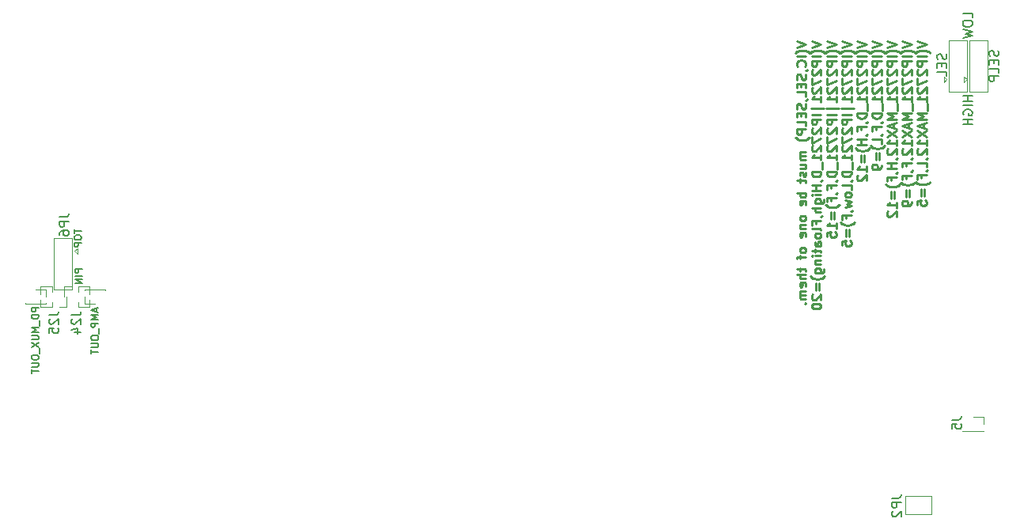
<source format=gbo>
G04 #@! TF.GenerationSoftware,KiCad,Pcbnew,(6.0.5-0)*
G04 #@! TF.CreationDate,2022-10-09T22:32:15+09:00*
G04 #@! TF.ProjectId,qLAMP-main,714c414d-502d-46d6-9169-6e2e6b696361,rev?*
G04 #@! TF.SameCoordinates,Original*
G04 #@! TF.FileFunction,Legend,Bot*
G04 #@! TF.FilePolarity,Positive*
%FSLAX46Y46*%
G04 Gerber Fmt 4.6, Leading zero omitted, Abs format (unit mm)*
G04 Created by KiCad (PCBNEW (6.0.5-0)) date 2022-10-09 22:32:15*
%MOMM*%
%LPD*%
G01*
G04 APERTURE LIST*
%ADD10C,0.127000*%
%ADD11C,0.150000*%
%ADD12C,0.250000*%
%ADD13C,0.120000*%
G04 APERTURE END LIST*
D10*
X92419285Y-99817857D02*
X92419285Y-100246428D01*
X93169285Y-100032142D02*
X92419285Y-100032142D01*
X92419285Y-100639285D02*
X92419285Y-100782142D01*
X92455000Y-100853571D01*
X92526428Y-100925000D01*
X92669285Y-100960714D01*
X92919285Y-100960714D01*
X93062142Y-100925000D01*
X93133571Y-100853571D01*
X93169285Y-100782142D01*
X93169285Y-100639285D01*
X93133571Y-100567857D01*
X93062142Y-100496428D01*
X92919285Y-100460714D01*
X92669285Y-100460714D01*
X92526428Y-100496428D01*
X92455000Y-100567857D01*
X92419285Y-100639285D01*
X93169285Y-101282142D02*
X92419285Y-101282142D01*
X92419285Y-101567857D01*
X92455000Y-101639285D01*
X92490714Y-101675000D01*
X92562142Y-101710714D01*
X92669285Y-101710714D01*
X92740714Y-101675000D01*
X92776428Y-101639285D01*
X92812142Y-101567857D01*
X92812142Y-101282142D01*
X93229285Y-104082142D02*
X92479285Y-104082142D01*
X92479285Y-104367857D01*
X92515000Y-104439285D01*
X92550714Y-104475000D01*
X92622142Y-104510714D01*
X92729285Y-104510714D01*
X92800714Y-104475000D01*
X92836428Y-104439285D01*
X92872142Y-104367857D01*
X92872142Y-104082142D01*
X93229285Y-104832142D02*
X92479285Y-104832142D01*
X93229285Y-105189285D02*
X92479285Y-105189285D01*
X93229285Y-105617857D01*
X92479285Y-105617857D01*
D11*
X185694761Y-81057142D02*
X185742380Y-81200000D01*
X185742380Y-81438095D01*
X185694761Y-81533333D01*
X185647142Y-81580952D01*
X185551904Y-81628571D01*
X185456666Y-81628571D01*
X185361428Y-81580952D01*
X185313809Y-81533333D01*
X185266190Y-81438095D01*
X185218571Y-81247619D01*
X185170952Y-81152380D01*
X185123333Y-81104761D01*
X185028095Y-81057142D01*
X184932857Y-81057142D01*
X184837619Y-81104761D01*
X184790000Y-81152380D01*
X184742380Y-81247619D01*
X184742380Y-81485714D01*
X184790000Y-81628571D01*
X185218571Y-82057142D02*
X185218571Y-82390476D01*
X185742380Y-82533333D02*
X185742380Y-82057142D01*
X184742380Y-82057142D01*
X184742380Y-82533333D01*
X185742380Y-83438095D02*
X185742380Y-82961904D01*
X184742380Y-82961904D01*
X188512380Y-85522380D02*
X187512380Y-85522380D01*
X187988571Y-85522380D02*
X187988571Y-86093809D01*
X188512380Y-86093809D02*
X187512380Y-86093809D01*
X188512380Y-86570000D02*
X187512380Y-86570000D01*
X187560000Y-87570000D02*
X187512380Y-87474761D01*
X187512380Y-87331904D01*
X187560000Y-87189047D01*
X187655238Y-87093809D01*
X187750476Y-87046190D01*
X187940952Y-86998571D01*
X188083809Y-86998571D01*
X188274285Y-87046190D01*
X188369523Y-87093809D01*
X188464761Y-87189047D01*
X188512380Y-87331904D01*
X188512380Y-87427142D01*
X188464761Y-87570000D01*
X188417142Y-87617619D01*
X188083809Y-87617619D01*
X188083809Y-87427142D01*
X188512380Y-88046190D02*
X187512380Y-88046190D01*
X187988571Y-88046190D02*
X187988571Y-88617619D01*
X188512380Y-88617619D02*
X187512380Y-88617619D01*
X191264761Y-80717142D02*
X191312380Y-80860000D01*
X191312380Y-81098095D01*
X191264761Y-81193333D01*
X191217142Y-81240952D01*
X191121904Y-81288571D01*
X191026666Y-81288571D01*
X190931428Y-81240952D01*
X190883809Y-81193333D01*
X190836190Y-81098095D01*
X190788571Y-80907619D01*
X190740952Y-80812380D01*
X190693333Y-80764761D01*
X190598095Y-80717142D01*
X190502857Y-80717142D01*
X190407619Y-80764761D01*
X190360000Y-80812380D01*
X190312380Y-80907619D01*
X190312380Y-81145714D01*
X190360000Y-81288571D01*
X190788571Y-81717142D02*
X190788571Y-82050476D01*
X191312380Y-82193333D02*
X191312380Y-81717142D01*
X190312380Y-81717142D01*
X190312380Y-82193333D01*
X191312380Y-83098095D02*
X191312380Y-82621904D01*
X190312380Y-82621904D01*
X191312380Y-83431428D02*
X190312380Y-83431428D01*
X190312380Y-83812380D01*
X190360000Y-83907619D01*
X190407619Y-83955238D01*
X190502857Y-84002857D01*
X190645714Y-84002857D01*
X190740952Y-83955238D01*
X190788571Y-83907619D01*
X190836190Y-83812380D01*
X190836190Y-83431428D01*
D12*
X169692380Y-79667738D02*
X170692380Y-80001071D01*
X169692380Y-80334404D01*
X171073333Y-80953452D02*
X171025714Y-80905833D01*
X170882857Y-80810595D01*
X170787619Y-80762976D01*
X170644761Y-80715357D01*
X170406666Y-80667738D01*
X170216190Y-80667738D01*
X169978095Y-80715357D01*
X169835238Y-80762976D01*
X169740000Y-80810595D01*
X169597142Y-80905833D01*
X169549523Y-80953452D01*
X170692380Y-81334404D02*
X169692380Y-81334404D01*
X170597142Y-82382023D02*
X170644761Y-82334404D01*
X170692380Y-82191547D01*
X170692380Y-82096309D01*
X170644761Y-81953452D01*
X170549523Y-81858214D01*
X170454285Y-81810595D01*
X170263809Y-81762976D01*
X170120952Y-81762976D01*
X169930476Y-81810595D01*
X169835238Y-81858214D01*
X169740000Y-81953452D01*
X169692380Y-82096309D01*
X169692380Y-82191547D01*
X169740000Y-82334404D01*
X169787619Y-82382023D01*
X170644761Y-82858214D02*
X170692380Y-82858214D01*
X170787619Y-82810595D01*
X170835238Y-82762976D01*
X170644761Y-83239166D02*
X170692380Y-83382023D01*
X170692380Y-83620119D01*
X170644761Y-83715357D01*
X170597142Y-83762976D01*
X170501904Y-83810595D01*
X170406666Y-83810595D01*
X170311428Y-83762976D01*
X170263809Y-83715357D01*
X170216190Y-83620119D01*
X170168571Y-83429642D01*
X170120952Y-83334404D01*
X170073333Y-83286785D01*
X169978095Y-83239166D01*
X169882857Y-83239166D01*
X169787619Y-83286785D01*
X169740000Y-83334404D01*
X169692380Y-83429642D01*
X169692380Y-83667738D01*
X169740000Y-83810595D01*
X170168571Y-84239166D02*
X170168571Y-84572500D01*
X170692380Y-84715357D02*
X170692380Y-84239166D01*
X169692380Y-84239166D01*
X169692380Y-84715357D01*
X170692380Y-85620119D02*
X170692380Y-85143928D01*
X169692380Y-85143928D01*
X170644761Y-86001071D02*
X170692380Y-86001071D01*
X170787619Y-85953452D01*
X170835238Y-85905833D01*
X170644761Y-86382023D02*
X170692380Y-86524880D01*
X170692380Y-86762976D01*
X170644761Y-86858214D01*
X170597142Y-86905833D01*
X170501904Y-86953452D01*
X170406666Y-86953452D01*
X170311428Y-86905833D01*
X170263809Y-86858214D01*
X170216190Y-86762976D01*
X170168571Y-86572500D01*
X170120952Y-86477261D01*
X170073333Y-86429642D01*
X169978095Y-86382023D01*
X169882857Y-86382023D01*
X169787619Y-86429642D01*
X169740000Y-86477261D01*
X169692380Y-86572500D01*
X169692380Y-86810595D01*
X169740000Y-86953452D01*
X170168571Y-87382023D02*
X170168571Y-87715357D01*
X170692380Y-87858214D02*
X170692380Y-87382023D01*
X169692380Y-87382023D01*
X169692380Y-87858214D01*
X170692380Y-88762976D02*
X170692380Y-88286785D01*
X169692380Y-88286785D01*
X170692380Y-89096309D02*
X169692380Y-89096309D01*
X169692380Y-89477261D01*
X169740000Y-89572500D01*
X169787619Y-89620119D01*
X169882857Y-89667738D01*
X170025714Y-89667738D01*
X170120952Y-89620119D01*
X170168571Y-89572500D01*
X170216190Y-89477261D01*
X170216190Y-89096309D01*
X171073333Y-90001071D02*
X171025714Y-90048690D01*
X170882857Y-90143928D01*
X170787619Y-90191547D01*
X170644761Y-90239166D01*
X170406666Y-90286785D01*
X170216190Y-90286785D01*
X169978095Y-90239166D01*
X169835238Y-90191547D01*
X169740000Y-90143928D01*
X169597142Y-90048690D01*
X169549523Y-90001071D01*
X170692380Y-91524880D02*
X170025714Y-91524880D01*
X170120952Y-91524880D02*
X170073333Y-91572500D01*
X170025714Y-91667738D01*
X170025714Y-91810595D01*
X170073333Y-91905833D01*
X170168571Y-91953452D01*
X170692380Y-91953452D01*
X170168571Y-91953452D02*
X170073333Y-92001071D01*
X170025714Y-92096309D01*
X170025714Y-92239166D01*
X170073333Y-92334404D01*
X170168571Y-92382023D01*
X170692380Y-92382023D01*
X170025714Y-93286785D02*
X170692380Y-93286785D01*
X170025714Y-92858214D02*
X170549523Y-92858214D01*
X170644761Y-92905833D01*
X170692380Y-93001071D01*
X170692380Y-93143928D01*
X170644761Y-93239166D01*
X170597142Y-93286785D01*
X170644761Y-93715357D02*
X170692380Y-93810595D01*
X170692380Y-94001071D01*
X170644761Y-94096309D01*
X170549523Y-94143928D01*
X170501904Y-94143928D01*
X170406666Y-94096309D01*
X170359047Y-94001071D01*
X170359047Y-93858214D01*
X170311428Y-93762976D01*
X170216190Y-93715357D01*
X170168571Y-93715357D01*
X170073333Y-93762976D01*
X170025714Y-93858214D01*
X170025714Y-94001071D01*
X170073333Y-94096309D01*
X170025714Y-94429642D02*
X170025714Y-94810595D01*
X169692380Y-94572500D02*
X170549523Y-94572500D01*
X170644761Y-94620119D01*
X170692380Y-94715357D01*
X170692380Y-94810595D01*
X170692380Y-95905833D02*
X169692380Y-95905833D01*
X170073333Y-95905833D02*
X170025714Y-96001071D01*
X170025714Y-96191547D01*
X170073333Y-96286785D01*
X170120952Y-96334404D01*
X170216190Y-96382023D01*
X170501904Y-96382023D01*
X170597142Y-96334404D01*
X170644761Y-96286785D01*
X170692380Y-96191547D01*
X170692380Y-96001071D01*
X170644761Y-95905833D01*
X170644761Y-97191547D02*
X170692380Y-97096309D01*
X170692380Y-96905833D01*
X170644761Y-96810595D01*
X170549523Y-96762976D01*
X170168571Y-96762976D01*
X170073333Y-96810595D01*
X170025714Y-96905833D01*
X170025714Y-97096309D01*
X170073333Y-97191547D01*
X170168571Y-97239166D01*
X170263809Y-97239166D01*
X170359047Y-96762976D01*
X170692380Y-98572500D02*
X170644761Y-98477261D01*
X170597142Y-98429642D01*
X170501904Y-98382023D01*
X170216190Y-98382023D01*
X170120952Y-98429642D01*
X170073333Y-98477261D01*
X170025714Y-98572500D01*
X170025714Y-98715357D01*
X170073333Y-98810595D01*
X170120952Y-98858214D01*
X170216190Y-98905833D01*
X170501904Y-98905833D01*
X170597142Y-98858214D01*
X170644761Y-98810595D01*
X170692380Y-98715357D01*
X170692380Y-98572500D01*
X170025714Y-99334404D02*
X170692380Y-99334404D01*
X170120952Y-99334404D02*
X170073333Y-99382023D01*
X170025714Y-99477261D01*
X170025714Y-99620119D01*
X170073333Y-99715357D01*
X170168571Y-99762976D01*
X170692380Y-99762976D01*
X170644761Y-100620119D02*
X170692380Y-100524880D01*
X170692380Y-100334404D01*
X170644761Y-100239166D01*
X170549523Y-100191547D01*
X170168571Y-100191547D01*
X170073333Y-100239166D01*
X170025714Y-100334404D01*
X170025714Y-100524880D01*
X170073333Y-100620119D01*
X170168571Y-100667738D01*
X170263809Y-100667738D01*
X170359047Y-100191547D01*
X170692380Y-102001071D02*
X170644761Y-101905833D01*
X170597142Y-101858214D01*
X170501904Y-101810595D01*
X170216190Y-101810595D01*
X170120952Y-101858214D01*
X170073333Y-101905833D01*
X170025714Y-102001071D01*
X170025714Y-102143928D01*
X170073333Y-102239166D01*
X170120952Y-102286785D01*
X170216190Y-102334404D01*
X170501904Y-102334404D01*
X170597142Y-102286785D01*
X170644761Y-102239166D01*
X170692380Y-102143928D01*
X170692380Y-102001071D01*
X170025714Y-102620119D02*
X170025714Y-103001071D01*
X170692380Y-102762976D02*
X169835238Y-102762976D01*
X169740000Y-102810595D01*
X169692380Y-102905833D01*
X169692380Y-103001071D01*
X170025714Y-103953452D02*
X170025714Y-104334404D01*
X169692380Y-104096309D02*
X170549523Y-104096309D01*
X170644761Y-104143928D01*
X170692380Y-104239166D01*
X170692380Y-104334404D01*
X170692380Y-104667738D02*
X169692380Y-104667738D01*
X170692380Y-105096309D02*
X170168571Y-105096309D01*
X170073333Y-105048690D01*
X170025714Y-104953452D01*
X170025714Y-104810595D01*
X170073333Y-104715357D01*
X170120952Y-104667738D01*
X170644761Y-105953452D02*
X170692380Y-105858214D01*
X170692380Y-105667738D01*
X170644761Y-105572500D01*
X170549523Y-105524880D01*
X170168571Y-105524880D01*
X170073333Y-105572500D01*
X170025714Y-105667738D01*
X170025714Y-105858214D01*
X170073333Y-105953452D01*
X170168571Y-106001071D01*
X170263809Y-106001071D01*
X170359047Y-105524880D01*
X170692380Y-106429642D02*
X170025714Y-106429642D01*
X170120952Y-106429642D02*
X170073333Y-106477261D01*
X170025714Y-106572500D01*
X170025714Y-106715357D01*
X170073333Y-106810595D01*
X170168571Y-106858214D01*
X170692380Y-106858214D01*
X170168571Y-106858214D02*
X170073333Y-106905833D01*
X170025714Y-107001071D01*
X170025714Y-107143928D01*
X170073333Y-107239166D01*
X170168571Y-107286785D01*
X170692380Y-107286785D01*
X170597142Y-107762976D02*
X170644761Y-107810595D01*
X170692380Y-107762976D01*
X170644761Y-107715357D01*
X170597142Y-107762976D01*
X170692380Y-107762976D01*
X171302380Y-79667738D02*
X172302380Y-80001071D01*
X171302380Y-80334404D01*
X172683333Y-80953452D02*
X172635714Y-80905833D01*
X172492857Y-80810595D01*
X172397619Y-80762976D01*
X172254761Y-80715357D01*
X172016666Y-80667738D01*
X171826190Y-80667738D01*
X171588095Y-80715357D01*
X171445238Y-80762976D01*
X171350000Y-80810595D01*
X171207142Y-80905833D01*
X171159523Y-80953452D01*
X172302380Y-81334404D02*
X171302380Y-81334404D01*
X172302380Y-81810595D02*
X171302380Y-81810595D01*
X171302380Y-82191547D01*
X171350000Y-82286785D01*
X171397619Y-82334404D01*
X171492857Y-82382023D01*
X171635714Y-82382023D01*
X171730952Y-82334404D01*
X171778571Y-82286785D01*
X171826190Y-82191547D01*
X171826190Y-81810595D01*
X171397619Y-82762976D02*
X171350000Y-82810595D01*
X171302380Y-82905833D01*
X171302380Y-83143928D01*
X171350000Y-83239166D01*
X171397619Y-83286785D01*
X171492857Y-83334404D01*
X171588095Y-83334404D01*
X171730952Y-83286785D01*
X172302380Y-82715357D01*
X172302380Y-83334404D01*
X171302380Y-83667738D02*
X171302380Y-84334404D01*
X172302380Y-83905833D01*
X171397619Y-84667738D02*
X171350000Y-84715357D01*
X171302380Y-84810595D01*
X171302380Y-85048690D01*
X171350000Y-85143928D01*
X171397619Y-85191547D01*
X171492857Y-85239166D01*
X171588095Y-85239166D01*
X171730952Y-85191547D01*
X172302380Y-84620119D01*
X172302380Y-85239166D01*
X172302380Y-86191547D02*
X172302380Y-85620119D01*
X172302380Y-85905833D02*
X171302380Y-85905833D01*
X171445238Y-85810595D01*
X171540476Y-85715357D01*
X171588095Y-85620119D01*
X172635714Y-86858214D02*
X171207142Y-86858214D01*
X172302380Y-87572500D02*
X171302380Y-87572500D01*
X172302380Y-88048690D02*
X171302380Y-88048690D01*
X171302380Y-88429642D01*
X171350000Y-88524880D01*
X171397619Y-88572500D01*
X171492857Y-88620119D01*
X171635714Y-88620119D01*
X171730952Y-88572500D01*
X171778571Y-88524880D01*
X171826190Y-88429642D01*
X171826190Y-88048690D01*
X171397619Y-89001071D02*
X171350000Y-89048690D01*
X171302380Y-89143928D01*
X171302380Y-89382023D01*
X171350000Y-89477261D01*
X171397619Y-89524880D01*
X171492857Y-89572500D01*
X171588095Y-89572500D01*
X171730952Y-89524880D01*
X172302380Y-88953452D01*
X172302380Y-89572500D01*
X171302380Y-89905833D02*
X171302380Y-90572500D01*
X172302380Y-90143928D01*
X171397619Y-90905833D02*
X171350000Y-90953452D01*
X171302380Y-91048690D01*
X171302380Y-91286785D01*
X171350000Y-91382023D01*
X171397619Y-91429642D01*
X171492857Y-91477261D01*
X171588095Y-91477261D01*
X171730952Y-91429642D01*
X172302380Y-90858214D01*
X172302380Y-91477261D01*
X172302380Y-92429642D02*
X172302380Y-91858214D01*
X172302380Y-92143928D02*
X171302380Y-92143928D01*
X171445238Y-92048690D01*
X171540476Y-91953452D01*
X171588095Y-91858214D01*
X172397619Y-92620119D02*
X172397619Y-93382023D01*
X172302380Y-93620119D02*
X171302380Y-93620119D01*
X171302380Y-93858214D01*
X171350000Y-94001071D01*
X171445238Y-94096309D01*
X171540476Y-94143928D01*
X171730952Y-94191547D01*
X171873809Y-94191547D01*
X172064285Y-94143928D01*
X172159523Y-94096309D01*
X172254761Y-94001071D01*
X172302380Y-93858214D01*
X172302380Y-93620119D01*
X172254761Y-94667738D02*
X172302380Y-94667738D01*
X172397619Y-94620119D01*
X172445238Y-94572500D01*
X172302380Y-95096309D02*
X171302380Y-95096309D01*
X171778571Y-95096309D02*
X171778571Y-95667738D01*
X172302380Y-95667738D02*
X171302380Y-95667738D01*
X172302380Y-96143928D02*
X171635714Y-96143928D01*
X171302380Y-96143928D02*
X171350000Y-96096309D01*
X171397619Y-96143928D01*
X171350000Y-96191547D01*
X171302380Y-96143928D01*
X171397619Y-96143928D01*
X171635714Y-97048690D02*
X172445238Y-97048690D01*
X172540476Y-97001071D01*
X172588095Y-96953452D01*
X172635714Y-96858214D01*
X172635714Y-96715357D01*
X172588095Y-96620119D01*
X172254761Y-97048690D02*
X172302380Y-96953452D01*
X172302380Y-96762976D01*
X172254761Y-96667738D01*
X172207142Y-96620119D01*
X172111904Y-96572500D01*
X171826190Y-96572500D01*
X171730952Y-96620119D01*
X171683333Y-96667738D01*
X171635714Y-96762976D01*
X171635714Y-96953452D01*
X171683333Y-97048690D01*
X172302380Y-97524880D02*
X171302380Y-97524880D01*
X172302380Y-97953452D02*
X171778571Y-97953452D01*
X171683333Y-97905833D01*
X171635714Y-97810595D01*
X171635714Y-97667738D01*
X171683333Y-97572500D01*
X171730952Y-97524880D01*
X172254761Y-98477261D02*
X172302380Y-98477261D01*
X172397619Y-98429642D01*
X172445238Y-98382023D01*
X171778571Y-99239166D02*
X171778571Y-98905833D01*
X172302380Y-98905833D02*
X171302380Y-98905833D01*
X171302380Y-99382023D01*
X172302380Y-99905833D02*
X172254761Y-99810595D01*
X172159523Y-99762976D01*
X171302380Y-99762976D01*
X172302380Y-100429642D02*
X172254761Y-100334404D01*
X172207142Y-100286785D01*
X172111904Y-100239166D01*
X171826190Y-100239166D01*
X171730952Y-100286785D01*
X171683333Y-100334404D01*
X171635714Y-100429642D01*
X171635714Y-100572500D01*
X171683333Y-100667738D01*
X171730952Y-100715357D01*
X171826190Y-100762976D01*
X172111904Y-100762976D01*
X172207142Y-100715357D01*
X172254761Y-100667738D01*
X172302380Y-100572500D01*
X172302380Y-100429642D01*
X172302380Y-101620119D02*
X171778571Y-101620119D01*
X171683333Y-101572500D01*
X171635714Y-101477261D01*
X171635714Y-101286785D01*
X171683333Y-101191547D01*
X172254761Y-101620119D02*
X172302380Y-101524880D01*
X172302380Y-101286785D01*
X172254761Y-101191547D01*
X172159523Y-101143928D01*
X172064285Y-101143928D01*
X171969047Y-101191547D01*
X171921428Y-101286785D01*
X171921428Y-101524880D01*
X171873809Y-101620119D01*
X171635714Y-101953452D02*
X171635714Y-102334404D01*
X171302380Y-102096309D02*
X172159523Y-102096309D01*
X172254761Y-102143928D01*
X172302380Y-102239166D01*
X172302380Y-102334404D01*
X172302380Y-102667738D02*
X171635714Y-102667738D01*
X171302380Y-102667738D02*
X171350000Y-102620119D01*
X171397619Y-102667738D01*
X171350000Y-102715357D01*
X171302380Y-102667738D01*
X171397619Y-102667738D01*
X171635714Y-103143928D02*
X172302380Y-103143928D01*
X171730952Y-103143928D02*
X171683333Y-103191547D01*
X171635714Y-103286785D01*
X171635714Y-103429642D01*
X171683333Y-103524880D01*
X171778571Y-103572500D01*
X172302380Y-103572500D01*
X171635714Y-104477261D02*
X172445238Y-104477261D01*
X172540476Y-104429642D01*
X172588095Y-104382023D01*
X172635714Y-104286785D01*
X172635714Y-104143928D01*
X172588095Y-104048690D01*
X172254761Y-104477261D02*
X172302380Y-104382023D01*
X172302380Y-104191547D01*
X172254761Y-104096309D01*
X172207142Y-104048690D01*
X172111904Y-104001071D01*
X171826190Y-104001071D01*
X171730952Y-104048690D01*
X171683333Y-104096309D01*
X171635714Y-104191547D01*
X171635714Y-104382023D01*
X171683333Y-104477261D01*
X172683333Y-104858214D02*
X172635714Y-104905833D01*
X172492857Y-105001071D01*
X172397619Y-105048690D01*
X172254761Y-105096309D01*
X172016666Y-105143928D01*
X171826190Y-105143928D01*
X171588095Y-105096309D01*
X171445238Y-105048690D01*
X171350000Y-105001071D01*
X171207142Y-104905833D01*
X171159523Y-104858214D01*
X171778571Y-105620119D02*
X171778571Y-106382023D01*
X172064285Y-106382023D02*
X172064285Y-105620119D01*
X171397619Y-106810595D02*
X171350000Y-106858214D01*
X171302380Y-106953452D01*
X171302380Y-107191547D01*
X171350000Y-107286785D01*
X171397619Y-107334404D01*
X171492857Y-107382023D01*
X171588095Y-107382023D01*
X171730952Y-107334404D01*
X172302380Y-106762976D01*
X172302380Y-107382023D01*
X171302380Y-108001071D02*
X171302380Y-108096309D01*
X171350000Y-108191547D01*
X171397619Y-108239166D01*
X171492857Y-108286785D01*
X171683333Y-108334404D01*
X171921428Y-108334404D01*
X172111904Y-108286785D01*
X172207142Y-108239166D01*
X172254761Y-108191547D01*
X172302380Y-108096309D01*
X172302380Y-108001071D01*
X172254761Y-107905833D01*
X172207142Y-107858214D01*
X172111904Y-107810595D01*
X171921428Y-107762976D01*
X171683333Y-107762976D01*
X171492857Y-107810595D01*
X171397619Y-107858214D01*
X171350000Y-107905833D01*
X171302380Y-108001071D01*
X172912380Y-79667738D02*
X173912380Y-80001071D01*
X172912380Y-80334404D01*
X174293333Y-80953452D02*
X174245714Y-80905833D01*
X174102857Y-80810595D01*
X174007619Y-80762976D01*
X173864761Y-80715357D01*
X173626666Y-80667738D01*
X173436190Y-80667738D01*
X173198095Y-80715357D01*
X173055238Y-80762976D01*
X172960000Y-80810595D01*
X172817142Y-80905833D01*
X172769523Y-80953452D01*
X173912380Y-81334404D02*
X172912380Y-81334404D01*
X173912380Y-81810595D02*
X172912380Y-81810595D01*
X172912380Y-82191547D01*
X172960000Y-82286785D01*
X173007619Y-82334404D01*
X173102857Y-82382023D01*
X173245714Y-82382023D01*
X173340952Y-82334404D01*
X173388571Y-82286785D01*
X173436190Y-82191547D01*
X173436190Y-81810595D01*
X173007619Y-82762976D02*
X172960000Y-82810595D01*
X172912380Y-82905833D01*
X172912380Y-83143928D01*
X172960000Y-83239166D01*
X173007619Y-83286785D01*
X173102857Y-83334404D01*
X173198095Y-83334404D01*
X173340952Y-83286785D01*
X173912380Y-82715357D01*
X173912380Y-83334404D01*
X172912380Y-83667738D02*
X172912380Y-84334404D01*
X173912380Y-83905833D01*
X173007619Y-84667738D02*
X172960000Y-84715357D01*
X172912380Y-84810595D01*
X172912380Y-85048690D01*
X172960000Y-85143928D01*
X173007619Y-85191547D01*
X173102857Y-85239166D01*
X173198095Y-85239166D01*
X173340952Y-85191547D01*
X173912380Y-84620119D01*
X173912380Y-85239166D01*
X173912380Y-86191547D02*
X173912380Y-85620119D01*
X173912380Y-85905833D02*
X172912380Y-85905833D01*
X173055238Y-85810595D01*
X173150476Y-85715357D01*
X173198095Y-85620119D01*
X174245714Y-86858214D02*
X172817142Y-86858214D01*
X173912380Y-87572500D02*
X172912380Y-87572500D01*
X173912380Y-88048690D02*
X172912380Y-88048690D01*
X172912380Y-88429642D01*
X172960000Y-88524880D01*
X173007619Y-88572499D01*
X173102857Y-88620119D01*
X173245714Y-88620119D01*
X173340952Y-88572499D01*
X173388571Y-88524880D01*
X173436190Y-88429642D01*
X173436190Y-88048690D01*
X173007619Y-89001071D02*
X172960000Y-89048690D01*
X172912380Y-89143928D01*
X172912380Y-89382023D01*
X172960000Y-89477261D01*
X173007619Y-89524880D01*
X173102857Y-89572499D01*
X173198095Y-89572499D01*
X173340952Y-89524880D01*
X173912380Y-88953452D01*
X173912380Y-89572499D01*
X172912380Y-89905833D02*
X172912380Y-90572499D01*
X173912380Y-90143928D01*
X173007619Y-90905833D02*
X172960000Y-90953452D01*
X172912380Y-91048690D01*
X172912380Y-91286785D01*
X172960000Y-91382023D01*
X173007619Y-91429642D01*
X173102857Y-91477261D01*
X173198095Y-91477261D01*
X173340952Y-91429642D01*
X173912380Y-90858214D01*
X173912380Y-91477261D01*
X173912380Y-92429642D02*
X173912380Y-91858214D01*
X173912380Y-92143928D02*
X172912380Y-92143928D01*
X173055238Y-92048690D01*
X173150476Y-91953452D01*
X173198095Y-91858214D01*
X174007619Y-92620119D02*
X174007619Y-93382023D01*
X173912380Y-93620119D02*
X172912380Y-93620119D01*
X172912380Y-93858214D01*
X172960000Y-94001071D01*
X173055238Y-94096309D01*
X173150476Y-94143928D01*
X173340952Y-94191547D01*
X173483809Y-94191547D01*
X173674285Y-94143928D01*
X173769523Y-94096309D01*
X173864761Y-94001071D01*
X173912380Y-93858214D01*
X173912380Y-93620119D01*
X173864761Y-94667738D02*
X173912380Y-94667738D01*
X174007619Y-94620119D01*
X174055238Y-94572499D01*
X173388571Y-95429642D02*
X173388571Y-95096309D01*
X173912380Y-95096309D02*
X172912380Y-95096309D01*
X172912380Y-95572499D01*
X173864761Y-96001071D02*
X173912380Y-96001071D01*
X174007619Y-95953452D01*
X174055238Y-95905833D01*
X173388571Y-96762976D02*
X173388571Y-96429642D01*
X173912380Y-96429642D02*
X172912380Y-96429642D01*
X172912380Y-96905833D01*
X174293333Y-97191547D02*
X174245714Y-97239166D01*
X174102857Y-97334404D01*
X174007619Y-97382023D01*
X173864761Y-97429642D01*
X173626666Y-97477261D01*
X173436190Y-97477261D01*
X173198095Y-97429642D01*
X173055238Y-97382023D01*
X172960000Y-97334404D01*
X172817142Y-97239166D01*
X172769523Y-97191547D01*
X173388571Y-97953452D02*
X173388571Y-98715357D01*
X173674285Y-98715357D02*
X173674285Y-97953452D01*
X173912380Y-99715357D02*
X173912380Y-99143928D01*
X173912380Y-99429642D02*
X172912380Y-99429642D01*
X173055238Y-99334404D01*
X173150476Y-99239166D01*
X173198095Y-99143928D01*
X172912380Y-100620119D02*
X172912380Y-100143928D01*
X173388571Y-100096309D01*
X173340952Y-100143928D01*
X173293333Y-100239166D01*
X173293333Y-100477261D01*
X173340952Y-100572499D01*
X173388571Y-100620119D01*
X173483809Y-100667738D01*
X173721904Y-100667738D01*
X173817142Y-100620119D01*
X173864761Y-100572499D01*
X173912380Y-100477261D01*
X173912380Y-100239166D01*
X173864761Y-100143928D01*
X173817142Y-100096309D01*
X174522380Y-79667738D02*
X175522380Y-80001071D01*
X174522380Y-80334404D01*
X175903333Y-80953452D02*
X175855714Y-80905833D01*
X175712857Y-80810595D01*
X175617619Y-80762976D01*
X175474761Y-80715357D01*
X175236666Y-80667738D01*
X175046190Y-80667738D01*
X174808095Y-80715357D01*
X174665238Y-80762976D01*
X174570000Y-80810595D01*
X174427142Y-80905833D01*
X174379523Y-80953452D01*
X175522380Y-81334404D02*
X174522380Y-81334404D01*
X175522380Y-81810595D02*
X174522380Y-81810595D01*
X174522380Y-82191547D01*
X174570000Y-82286785D01*
X174617619Y-82334404D01*
X174712857Y-82382023D01*
X174855714Y-82382023D01*
X174950952Y-82334404D01*
X174998571Y-82286785D01*
X175046190Y-82191547D01*
X175046190Y-81810595D01*
X174617619Y-82762976D02*
X174570000Y-82810595D01*
X174522380Y-82905833D01*
X174522380Y-83143928D01*
X174570000Y-83239166D01*
X174617619Y-83286785D01*
X174712857Y-83334404D01*
X174808095Y-83334404D01*
X174950952Y-83286785D01*
X175522380Y-82715357D01*
X175522380Y-83334404D01*
X174522380Y-83667738D02*
X174522380Y-84334404D01*
X175522380Y-83905833D01*
X174617619Y-84667738D02*
X174570000Y-84715357D01*
X174522380Y-84810595D01*
X174522380Y-85048690D01*
X174570000Y-85143928D01*
X174617619Y-85191547D01*
X174712857Y-85239166D01*
X174808095Y-85239166D01*
X174950952Y-85191547D01*
X175522380Y-84620119D01*
X175522380Y-85239166D01*
X175522380Y-86191547D02*
X175522380Y-85620119D01*
X175522380Y-85905833D02*
X174522380Y-85905833D01*
X174665238Y-85810595D01*
X174760476Y-85715357D01*
X174808095Y-85620119D01*
X175855714Y-86858214D02*
X174427142Y-86858214D01*
X175522380Y-87572500D02*
X174522380Y-87572500D01*
X175522380Y-88048690D02*
X174522380Y-88048690D01*
X174522380Y-88429642D01*
X174570000Y-88524880D01*
X174617619Y-88572499D01*
X174712857Y-88620119D01*
X174855714Y-88620119D01*
X174950952Y-88572499D01*
X174998571Y-88524880D01*
X175046190Y-88429642D01*
X175046190Y-88048690D01*
X174617619Y-89001071D02*
X174570000Y-89048690D01*
X174522380Y-89143928D01*
X174522380Y-89382023D01*
X174570000Y-89477261D01*
X174617619Y-89524880D01*
X174712857Y-89572499D01*
X174808095Y-89572499D01*
X174950952Y-89524880D01*
X175522380Y-88953452D01*
X175522380Y-89572499D01*
X174522380Y-89905833D02*
X174522380Y-90572499D01*
X175522380Y-90143928D01*
X174617619Y-90905833D02*
X174570000Y-90953452D01*
X174522380Y-91048690D01*
X174522380Y-91286785D01*
X174570000Y-91382023D01*
X174617619Y-91429642D01*
X174712857Y-91477261D01*
X174808095Y-91477261D01*
X174950952Y-91429642D01*
X175522380Y-90858214D01*
X175522380Y-91477261D01*
X175522380Y-92429642D02*
X175522380Y-91858214D01*
X175522380Y-92143928D02*
X174522380Y-92143928D01*
X174665238Y-92048690D01*
X174760476Y-91953452D01*
X174808095Y-91858214D01*
X175617619Y-92620119D02*
X175617619Y-93382023D01*
X175522380Y-93620119D02*
X174522380Y-93620119D01*
X174522380Y-93858214D01*
X174570000Y-94001071D01*
X174665238Y-94096309D01*
X174760476Y-94143928D01*
X174950952Y-94191547D01*
X175093809Y-94191547D01*
X175284285Y-94143928D01*
X175379523Y-94096309D01*
X175474761Y-94001071D01*
X175522380Y-93858214D01*
X175522380Y-93620119D01*
X175474761Y-94667738D02*
X175522380Y-94667738D01*
X175617619Y-94620119D01*
X175665238Y-94572499D01*
X175522380Y-95572499D02*
X175522380Y-95096309D01*
X174522380Y-95096309D01*
X175522380Y-96048690D02*
X175474761Y-95953452D01*
X175427142Y-95905833D01*
X175331904Y-95858214D01*
X175046190Y-95858214D01*
X174950952Y-95905833D01*
X174903333Y-95953452D01*
X174855714Y-96048690D01*
X174855714Y-96191547D01*
X174903333Y-96286785D01*
X174950952Y-96334404D01*
X175046190Y-96382023D01*
X175331904Y-96382023D01*
X175427142Y-96334404D01*
X175474761Y-96286785D01*
X175522380Y-96191547D01*
X175522380Y-96048690D01*
X174855714Y-96715357D02*
X175522380Y-96905833D01*
X175046190Y-97096309D01*
X175522380Y-97286785D01*
X174855714Y-97477261D01*
X175474761Y-97905833D02*
X175522380Y-97905833D01*
X175617619Y-97858214D01*
X175665238Y-97810595D01*
X174998571Y-98667738D02*
X174998571Y-98334404D01*
X175522380Y-98334404D02*
X174522380Y-98334404D01*
X174522380Y-98810595D01*
X175903333Y-99096309D02*
X175855714Y-99143928D01*
X175712857Y-99239166D01*
X175617619Y-99286785D01*
X175474761Y-99334404D01*
X175236666Y-99382023D01*
X175046190Y-99382023D01*
X174808095Y-99334404D01*
X174665238Y-99286785D01*
X174570000Y-99239166D01*
X174427142Y-99143928D01*
X174379523Y-99096309D01*
X174998571Y-99858214D02*
X174998571Y-100620119D01*
X175284285Y-100620119D02*
X175284285Y-99858214D01*
X174522380Y-101572499D02*
X174522380Y-101096309D01*
X174998571Y-101048690D01*
X174950952Y-101096309D01*
X174903333Y-101191547D01*
X174903333Y-101429642D01*
X174950952Y-101524880D01*
X174998571Y-101572499D01*
X175093809Y-101620119D01*
X175331904Y-101620119D01*
X175427142Y-101572499D01*
X175474761Y-101524880D01*
X175522380Y-101429642D01*
X175522380Y-101191547D01*
X175474761Y-101096309D01*
X175427142Y-101048690D01*
X176132380Y-79667738D02*
X177132380Y-80001071D01*
X176132380Y-80334404D01*
X177513333Y-80953452D02*
X177465714Y-80905833D01*
X177322857Y-80810595D01*
X177227619Y-80762976D01*
X177084761Y-80715357D01*
X176846666Y-80667738D01*
X176656190Y-80667738D01*
X176418095Y-80715357D01*
X176275238Y-80762976D01*
X176180000Y-80810595D01*
X176037142Y-80905833D01*
X175989523Y-80953452D01*
X177132380Y-81334404D02*
X176132380Y-81334404D01*
X177132380Y-81810595D02*
X176132380Y-81810595D01*
X176132380Y-82191547D01*
X176180000Y-82286785D01*
X176227619Y-82334404D01*
X176322857Y-82382023D01*
X176465714Y-82382023D01*
X176560952Y-82334404D01*
X176608571Y-82286785D01*
X176656190Y-82191547D01*
X176656190Y-81810595D01*
X176227619Y-82762976D02*
X176180000Y-82810595D01*
X176132380Y-82905833D01*
X176132380Y-83143928D01*
X176180000Y-83239166D01*
X176227619Y-83286785D01*
X176322857Y-83334404D01*
X176418095Y-83334404D01*
X176560952Y-83286785D01*
X177132380Y-82715357D01*
X177132380Y-83334404D01*
X176132380Y-83667738D02*
X176132380Y-84334404D01*
X177132380Y-83905833D01*
X176227619Y-84667738D02*
X176180000Y-84715357D01*
X176132380Y-84810595D01*
X176132380Y-85048690D01*
X176180000Y-85143928D01*
X176227619Y-85191547D01*
X176322857Y-85239166D01*
X176418095Y-85239166D01*
X176560952Y-85191547D01*
X177132380Y-84620119D01*
X177132380Y-85239166D01*
X177132380Y-86191547D02*
X177132380Y-85620119D01*
X177132380Y-85905833D02*
X176132380Y-85905833D01*
X176275238Y-85810595D01*
X176370476Y-85715357D01*
X176418095Y-85620119D01*
X177227619Y-86382023D02*
X177227619Y-87143928D01*
X177132380Y-87382023D02*
X176132380Y-87382023D01*
X176132380Y-87620119D01*
X176180000Y-87762976D01*
X176275238Y-87858214D01*
X176370476Y-87905833D01*
X176560952Y-87953452D01*
X176703809Y-87953452D01*
X176894285Y-87905833D01*
X176989523Y-87858214D01*
X177084761Y-87762976D01*
X177132380Y-87620119D01*
X177132380Y-87382023D01*
X177084761Y-88429642D02*
X177132380Y-88429642D01*
X177227619Y-88382023D01*
X177275238Y-88334404D01*
X176608571Y-89191547D02*
X176608571Y-88858214D01*
X177132380Y-88858214D02*
X176132380Y-88858214D01*
X176132380Y-89334404D01*
X177084761Y-89762976D02*
X177132380Y-89762976D01*
X177227619Y-89715357D01*
X177275238Y-89667738D01*
X177132380Y-90191547D02*
X176132380Y-90191547D01*
X176608571Y-90191547D02*
X176608571Y-90762976D01*
X177132380Y-90762976D02*
X176132380Y-90762976D01*
X177513333Y-91143928D02*
X177465714Y-91191547D01*
X177322857Y-91286785D01*
X177227619Y-91334404D01*
X177084761Y-91382023D01*
X176846666Y-91429642D01*
X176656190Y-91429642D01*
X176418095Y-91382023D01*
X176275238Y-91334404D01*
X176180000Y-91286785D01*
X176037142Y-91191547D01*
X175989523Y-91143928D01*
X176608571Y-91905833D02*
X176608571Y-92667738D01*
X176894285Y-92667738D02*
X176894285Y-91905833D01*
X177132380Y-93667738D02*
X177132380Y-93096309D01*
X177132380Y-93382023D02*
X176132380Y-93382023D01*
X176275238Y-93286785D01*
X176370476Y-93191547D01*
X176418095Y-93096309D01*
X176227619Y-94048690D02*
X176180000Y-94096309D01*
X176132380Y-94191547D01*
X176132380Y-94429642D01*
X176180000Y-94524880D01*
X176227619Y-94572499D01*
X176322857Y-94620119D01*
X176418095Y-94620119D01*
X176560952Y-94572499D01*
X177132380Y-94001071D01*
X177132380Y-94620119D01*
X177742380Y-79667738D02*
X178742380Y-80001071D01*
X177742380Y-80334404D01*
X179123333Y-80953452D02*
X179075714Y-80905833D01*
X178932857Y-80810595D01*
X178837619Y-80762976D01*
X178694761Y-80715357D01*
X178456666Y-80667738D01*
X178266190Y-80667738D01*
X178028095Y-80715357D01*
X177885238Y-80762976D01*
X177790000Y-80810595D01*
X177647142Y-80905833D01*
X177599523Y-80953452D01*
X178742380Y-81334404D02*
X177742380Y-81334404D01*
X178742380Y-81810595D02*
X177742380Y-81810595D01*
X177742380Y-82191547D01*
X177790000Y-82286785D01*
X177837619Y-82334404D01*
X177932857Y-82382023D01*
X178075714Y-82382023D01*
X178170952Y-82334404D01*
X178218571Y-82286785D01*
X178266190Y-82191547D01*
X178266190Y-81810595D01*
X177837619Y-82762976D02*
X177790000Y-82810595D01*
X177742380Y-82905833D01*
X177742380Y-83143928D01*
X177790000Y-83239166D01*
X177837619Y-83286785D01*
X177932857Y-83334404D01*
X178028095Y-83334404D01*
X178170952Y-83286785D01*
X178742380Y-82715357D01*
X178742380Y-83334404D01*
X177742380Y-83667738D02*
X177742380Y-84334404D01*
X178742380Y-83905833D01*
X177837619Y-84667738D02*
X177790000Y-84715357D01*
X177742380Y-84810595D01*
X177742380Y-85048690D01*
X177790000Y-85143928D01*
X177837619Y-85191547D01*
X177932857Y-85239166D01*
X178028095Y-85239166D01*
X178170952Y-85191547D01*
X178742380Y-84620119D01*
X178742380Y-85239166D01*
X178742380Y-86191547D02*
X178742380Y-85620119D01*
X178742380Y-85905833D02*
X177742380Y-85905833D01*
X177885238Y-85810595D01*
X177980476Y-85715357D01*
X178028095Y-85620119D01*
X178837619Y-86382023D02*
X178837619Y-87143928D01*
X178742380Y-87382023D02*
X177742380Y-87382023D01*
X177742380Y-87620119D01*
X177790000Y-87762976D01*
X177885238Y-87858214D01*
X177980476Y-87905833D01*
X178170952Y-87953452D01*
X178313809Y-87953452D01*
X178504285Y-87905833D01*
X178599523Y-87858214D01*
X178694761Y-87762976D01*
X178742380Y-87620119D01*
X178742380Y-87382023D01*
X178694761Y-88429642D02*
X178742380Y-88429642D01*
X178837619Y-88382023D01*
X178885238Y-88334404D01*
X178218571Y-89191547D02*
X178218571Y-88858214D01*
X178742380Y-88858214D02*
X177742380Y-88858214D01*
X177742380Y-89334404D01*
X178694761Y-89762976D02*
X178742380Y-89762976D01*
X178837619Y-89715357D01*
X178885238Y-89667738D01*
X178742380Y-90667738D02*
X178742380Y-90191547D01*
X177742380Y-90191547D01*
X179123333Y-90905833D02*
X179075714Y-90953452D01*
X178932857Y-91048690D01*
X178837619Y-91096309D01*
X178694761Y-91143928D01*
X178456666Y-91191547D01*
X178266190Y-91191547D01*
X178028095Y-91143928D01*
X177885238Y-91096309D01*
X177790000Y-91048690D01*
X177647142Y-90953452D01*
X177599523Y-90905833D01*
X178218571Y-91667738D02*
X178218571Y-92429642D01*
X178504285Y-92429642D02*
X178504285Y-91667738D01*
X178742380Y-92953452D02*
X178742380Y-93143928D01*
X178694761Y-93239166D01*
X178647142Y-93286785D01*
X178504285Y-93382023D01*
X178313809Y-93429642D01*
X177932857Y-93429642D01*
X177837619Y-93382023D01*
X177790000Y-93334404D01*
X177742380Y-93239166D01*
X177742380Y-93048690D01*
X177790000Y-92953452D01*
X177837619Y-92905833D01*
X177932857Y-92858214D01*
X178170952Y-92858214D01*
X178266190Y-92905833D01*
X178313809Y-92953452D01*
X178361428Y-93048690D01*
X178361428Y-93239166D01*
X178313809Y-93334404D01*
X178266190Y-93382023D01*
X178170952Y-93429642D01*
X179352380Y-79667738D02*
X180352380Y-80001071D01*
X179352380Y-80334404D01*
X180733333Y-80953452D02*
X180685714Y-80905833D01*
X180542857Y-80810595D01*
X180447619Y-80762976D01*
X180304761Y-80715357D01*
X180066666Y-80667738D01*
X179876190Y-80667738D01*
X179638095Y-80715357D01*
X179495238Y-80762976D01*
X179400000Y-80810595D01*
X179257142Y-80905833D01*
X179209523Y-80953452D01*
X180352380Y-81334404D02*
X179352380Y-81334404D01*
X180352380Y-81810595D02*
X179352380Y-81810595D01*
X179352380Y-82191547D01*
X179400000Y-82286785D01*
X179447619Y-82334404D01*
X179542857Y-82382023D01*
X179685714Y-82382023D01*
X179780952Y-82334404D01*
X179828571Y-82286785D01*
X179876190Y-82191547D01*
X179876190Y-81810595D01*
X179447619Y-82762976D02*
X179400000Y-82810595D01*
X179352380Y-82905833D01*
X179352380Y-83143928D01*
X179400000Y-83239166D01*
X179447619Y-83286785D01*
X179542857Y-83334404D01*
X179638095Y-83334404D01*
X179780952Y-83286785D01*
X180352380Y-82715357D01*
X180352380Y-83334404D01*
X179352380Y-83667738D02*
X179352380Y-84334404D01*
X180352380Y-83905833D01*
X179447619Y-84667738D02*
X179400000Y-84715357D01*
X179352380Y-84810595D01*
X179352380Y-85048690D01*
X179400000Y-85143928D01*
X179447619Y-85191547D01*
X179542857Y-85239166D01*
X179638095Y-85239166D01*
X179780952Y-85191547D01*
X180352380Y-84620119D01*
X180352380Y-85239166D01*
X180352380Y-86191547D02*
X180352380Y-85620119D01*
X180352380Y-85905833D02*
X179352380Y-85905833D01*
X179495238Y-85810595D01*
X179590476Y-85715357D01*
X179638095Y-85620119D01*
X180447619Y-86382023D02*
X180447619Y-87143928D01*
X180352380Y-87382023D02*
X179352380Y-87382023D01*
X180066666Y-87715357D01*
X179352380Y-88048690D01*
X180352380Y-88048690D01*
X180066666Y-88477261D02*
X180066666Y-88953452D01*
X180352380Y-88382023D02*
X179352380Y-88715357D01*
X180352380Y-89048690D01*
X179352380Y-89286785D02*
X180352380Y-89953452D01*
X179352380Y-89953452D02*
X180352380Y-89286785D01*
X180352380Y-90858214D02*
X180352380Y-90286785D01*
X180352380Y-90572500D02*
X179352380Y-90572500D01*
X179495238Y-90477261D01*
X179590476Y-90382023D01*
X179638095Y-90286785D01*
X179447619Y-91239166D02*
X179400000Y-91286785D01*
X179352380Y-91382023D01*
X179352380Y-91620119D01*
X179400000Y-91715357D01*
X179447619Y-91762976D01*
X179542857Y-91810595D01*
X179638095Y-91810595D01*
X179780952Y-91762976D01*
X180352380Y-91191547D01*
X180352380Y-91810595D01*
X180304761Y-92286785D02*
X180352380Y-92286785D01*
X180447619Y-92239166D01*
X180495238Y-92191547D01*
X180352380Y-92715357D02*
X179352380Y-92715357D01*
X179828571Y-92715357D02*
X179828571Y-93286785D01*
X180352380Y-93286785D02*
X179352380Y-93286785D01*
X180304761Y-93810595D02*
X180352380Y-93810595D01*
X180447619Y-93762976D01*
X180495238Y-93715357D01*
X179828571Y-94572500D02*
X179828571Y-94239166D01*
X180352380Y-94239166D02*
X179352380Y-94239166D01*
X179352380Y-94715357D01*
X180733333Y-95001071D02*
X180685714Y-95048690D01*
X180542857Y-95143928D01*
X180447619Y-95191547D01*
X180304761Y-95239166D01*
X180066666Y-95286785D01*
X179876190Y-95286785D01*
X179638095Y-95239166D01*
X179495238Y-95191547D01*
X179400000Y-95143928D01*
X179257142Y-95048690D01*
X179209523Y-95001071D01*
X179828571Y-95762976D02*
X179828571Y-96524880D01*
X180114285Y-96524880D02*
X180114285Y-95762976D01*
X180352380Y-97524880D02*
X180352380Y-96953452D01*
X180352380Y-97239166D02*
X179352380Y-97239166D01*
X179495238Y-97143928D01*
X179590476Y-97048690D01*
X179638095Y-96953452D01*
X179447619Y-97905833D02*
X179400000Y-97953452D01*
X179352380Y-98048690D01*
X179352380Y-98286785D01*
X179400000Y-98382023D01*
X179447619Y-98429642D01*
X179542857Y-98477261D01*
X179638095Y-98477261D01*
X179780952Y-98429642D01*
X180352380Y-97858214D01*
X180352380Y-98477261D01*
X180962380Y-79667738D02*
X181962380Y-80001071D01*
X180962380Y-80334404D01*
X182343333Y-80953452D02*
X182295714Y-80905833D01*
X182152857Y-80810595D01*
X182057619Y-80762976D01*
X181914761Y-80715357D01*
X181676666Y-80667738D01*
X181486190Y-80667738D01*
X181248095Y-80715357D01*
X181105238Y-80762976D01*
X181010000Y-80810595D01*
X180867142Y-80905833D01*
X180819523Y-80953452D01*
X181962380Y-81334404D02*
X180962380Y-81334404D01*
X181962380Y-81810595D02*
X180962380Y-81810595D01*
X180962380Y-82191547D01*
X181010000Y-82286785D01*
X181057619Y-82334404D01*
X181152857Y-82382023D01*
X181295714Y-82382023D01*
X181390952Y-82334404D01*
X181438571Y-82286785D01*
X181486190Y-82191547D01*
X181486190Y-81810595D01*
X181057619Y-82762976D02*
X181010000Y-82810595D01*
X180962380Y-82905833D01*
X180962380Y-83143928D01*
X181010000Y-83239166D01*
X181057619Y-83286785D01*
X181152857Y-83334404D01*
X181248095Y-83334404D01*
X181390952Y-83286785D01*
X181962380Y-82715357D01*
X181962380Y-83334404D01*
X180962380Y-83667738D02*
X180962380Y-84334404D01*
X181962380Y-83905833D01*
X181057619Y-84667738D02*
X181010000Y-84715357D01*
X180962380Y-84810595D01*
X180962380Y-85048690D01*
X181010000Y-85143928D01*
X181057619Y-85191547D01*
X181152857Y-85239166D01*
X181248095Y-85239166D01*
X181390952Y-85191547D01*
X181962380Y-84620119D01*
X181962380Y-85239166D01*
X181962380Y-86191547D02*
X181962380Y-85620119D01*
X181962380Y-85905833D02*
X180962380Y-85905833D01*
X181105238Y-85810595D01*
X181200476Y-85715357D01*
X181248095Y-85620119D01*
X182057619Y-86382023D02*
X182057619Y-87143928D01*
X181962380Y-87382023D02*
X180962380Y-87382023D01*
X181676666Y-87715357D01*
X180962380Y-88048690D01*
X181962380Y-88048690D01*
X181676666Y-88477261D02*
X181676666Y-88953452D01*
X181962380Y-88382023D02*
X180962380Y-88715357D01*
X181962380Y-89048690D01*
X180962380Y-89286785D02*
X181962380Y-89953452D01*
X180962380Y-89953452D02*
X181962380Y-89286785D01*
X181962380Y-90858214D02*
X181962380Y-90286785D01*
X181962380Y-90572500D02*
X180962380Y-90572500D01*
X181105238Y-90477261D01*
X181200476Y-90382023D01*
X181248095Y-90286785D01*
X181057619Y-91239166D02*
X181010000Y-91286785D01*
X180962380Y-91382023D01*
X180962380Y-91620119D01*
X181010000Y-91715357D01*
X181057619Y-91762976D01*
X181152857Y-91810595D01*
X181248095Y-91810595D01*
X181390952Y-91762976D01*
X181962380Y-91191547D01*
X181962380Y-91810595D01*
X181914761Y-92286785D02*
X181962380Y-92286785D01*
X182057619Y-92239166D01*
X182105238Y-92191547D01*
X181438571Y-93048690D02*
X181438571Y-92715357D01*
X181962380Y-92715357D02*
X180962380Y-92715357D01*
X180962380Y-93191547D01*
X181914761Y-93620119D02*
X181962380Y-93620119D01*
X182057619Y-93572500D01*
X182105238Y-93524880D01*
X181438571Y-94382023D02*
X181438571Y-94048690D01*
X181962380Y-94048690D02*
X180962380Y-94048690D01*
X180962380Y-94524880D01*
X182343333Y-94810595D02*
X182295714Y-94858214D01*
X182152857Y-94953452D01*
X182057619Y-95001071D01*
X181914761Y-95048690D01*
X181676666Y-95096309D01*
X181486190Y-95096309D01*
X181248095Y-95048690D01*
X181105238Y-95001071D01*
X181010000Y-94953452D01*
X180867142Y-94858214D01*
X180819523Y-94810595D01*
X181438571Y-95572500D02*
X181438571Y-96334404D01*
X181724285Y-96334404D02*
X181724285Y-95572500D01*
X181962380Y-96858214D02*
X181962380Y-97048690D01*
X181914761Y-97143928D01*
X181867142Y-97191547D01*
X181724285Y-97286785D01*
X181533809Y-97334404D01*
X181152857Y-97334404D01*
X181057619Y-97286785D01*
X181010000Y-97239166D01*
X180962380Y-97143928D01*
X180962380Y-96953452D01*
X181010000Y-96858214D01*
X181057619Y-96810595D01*
X181152857Y-96762976D01*
X181390952Y-96762976D01*
X181486190Y-96810595D01*
X181533809Y-96858214D01*
X181581428Y-96953452D01*
X181581428Y-97143928D01*
X181533809Y-97239166D01*
X181486190Y-97286785D01*
X181390952Y-97334404D01*
X182572380Y-79667738D02*
X183572380Y-80001071D01*
X182572380Y-80334404D01*
X183953333Y-80953452D02*
X183905714Y-80905833D01*
X183762857Y-80810595D01*
X183667619Y-80762976D01*
X183524761Y-80715357D01*
X183286666Y-80667738D01*
X183096190Y-80667738D01*
X182858095Y-80715357D01*
X182715238Y-80762976D01*
X182620000Y-80810595D01*
X182477142Y-80905833D01*
X182429523Y-80953452D01*
X183572380Y-81334404D02*
X182572380Y-81334404D01*
X183572380Y-81810595D02*
X182572380Y-81810595D01*
X182572380Y-82191547D01*
X182620000Y-82286785D01*
X182667619Y-82334404D01*
X182762857Y-82382023D01*
X182905714Y-82382023D01*
X183000952Y-82334404D01*
X183048571Y-82286785D01*
X183096190Y-82191547D01*
X183096190Y-81810595D01*
X182667619Y-82762976D02*
X182620000Y-82810595D01*
X182572380Y-82905833D01*
X182572380Y-83143928D01*
X182620000Y-83239166D01*
X182667619Y-83286785D01*
X182762857Y-83334404D01*
X182858095Y-83334404D01*
X183000952Y-83286785D01*
X183572380Y-82715357D01*
X183572380Y-83334404D01*
X182572380Y-83667738D02*
X182572380Y-84334404D01*
X183572380Y-83905833D01*
X182667619Y-84667738D02*
X182620000Y-84715357D01*
X182572380Y-84810595D01*
X182572380Y-85048690D01*
X182620000Y-85143928D01*
X182667619Y-85191547D01*
X182762857Y-85239166D01*
X182858095Y-85239166D01*
X183000952Y-85191547D01*
X183572380Y-84620119D01*
X183572380Y-85239166D01*
X183572380Y-86191547D02*
X183572380Y-85620119D01*
X183572380Y-85905833D02*
X182572380Y-85905833D01*
X182715238Y-85810595D01*
X182810476Y-85715357D01*
X182858095Y-85620119D01*
X183667619Y-86382023D02*
X183667619Y-87143928D01*
X183572380Y-87382023D02*
X182572380Y-87382023D01*
X183286666Y-87715357D01*
X182572380Y-88048690D01*
X183572380Y-88048690D01*
X183286666Y-88477261D02*
X183286666Y-88953452D01*
X183572380Y-88382023D02*
X182572380Y-88715357D01*
X183572380Y-89048690D01*
X182572380Y-89286785D02*
X183572380Y-89953452D01*
X182572380Y-89953452D02*
X183572380Y-89286785D01*
X183572380Y-90858214D02*
X183572380Y-90286785D01*
X183572380Y-90572500D02*
X182572380Y-90572500D01*
X182715238Y-90477261D01*
X182810476Y-90382023D01*
X182858095Y-90286785D01*
X182667619Y-91239166D02*
X182620000Y-91286785D01*
X182572380Y-91382023D01*
X182572380Y-91620119D01*
X182620000Y-91715357D01*
X182667619Y-91762976D01*
X182762857Y-91810595D01*
X182858095Y-91810595D01*
X183000952Y-91762976D01*
X183572380Y-91191547D01*
X183572380Y-91810595D01*
X183524761Y-92286785D02*
X183572380Y-92286785D01*
X183667619Y-92239166D01*
X183715238Y-92191547D01*
X183572380Y-93191547D02*
X183572380Y-92715357D01*
X182572380Y-92715357D01*
X183524761Y-93572500D02*
X183572380Y-93572500D01*
X183667619Y-93524880D01*
X183715238Y-93477261D01*
X183048571Y-94334404D02*
X183048571Y-94001071D01*
X183572380Y-94001071D02*
X182572380Y-94001071D01*
X182572380Y-94477261D01*
X183953333Y-94762976D02*
X183905714Y-94810595D01*
X183762857Y-94905833D01*
X183667619Y-94953452D01*
X183524761Y-95001071D01*
X183286666Y-95048690D01*
X183096190Y-95048690D01*
X182858095Y-95001071D01*
X182715238Y-94953452D01*
X182620000Y-94905833D01*
X182477142Y-94810595D01*
X182429523Y-94762976D01*
X183048571Y-95524880D02*
X183048571Y-96286785D01*
X183334285Y-96286785D02*
X183334285Y-95524880D01*
X182572380Y-97239166D02*
X182572380Y-96762976D01*
X183048571Y-96715357D01*
X183000952Y-96762976D01*
X182953333Y-96858214D01*
X182953333Y-97096309D01*
X183000952Y-97191547D01*
X183048571Y-97239166D01*
X183143809Y-97286785D01*
X183381904Y-97286785D01*
X183477142Y-97239166D01*
X183524761Y-97191547D01*
X183572380Y-97096309D01*
X183572380Y-96858214D01*
X183524761Y-96762976D01*
X183477142Y-96715357D01*
D10*
X94757000Y-108313285D02*
X94757000Y-108676142D01*
X94974714Y-108240714D02*
X94212714Y-108494714D01*
X94974714Y-108748714D01*
X94974714Y-109002714D02*
X94212714Y-109002714D01*
X94757000Y-109256714D01*
X94212714Y-109510714D01*
X94974714Y-109510714D01*
X94974714Y-109873571D02*
X94212714Y-109873571D01*
X94212714Y-110163857D01*
X94249000Y-110236428D01*
X94285285Y-110272714D01*
X94357857Y-110309000D01*
X94466714Y-110309000D01*
X94539285Y-110272714D01*
X94575571Y-110236428D01*
X94611857Y-110163857D01*
X94611857Y-109873571D01*
X95047285Y-110454142D02*
X95047285Y-111034714D01*
X94212714Y-111361285D02*
X94212714Y-111506428D01*
X94249000Y-111579000D01*
X94321571Y-111651571D01*
X94466714Y-111687857D01*
X94720714Y-111687857D01*
X94865857Y-111651571D01*
X94938428Y-111579000D01*
X94974714Y-111506428D01*
X94974714Y-111361285D01*
X94938428Y-111288714D01*
X94865857Y-111216142D01*
X94720714Y-111179857D01*
X94466714Y-111179857D01*
X94321571Y-111216142D01*
X94249000Y-111288714D01*
X94212714Y-111361285D01*
X94212714Y-112014428D02*
X94829571Y-112014428D01*
X94902142Y-112050714D01*
X94938428Y-112087000D01*
X94974714Y-112159571D01*
X94974714Y-112304714D01*
X94938428Y-112377285D01*
X94902142Y-112413571D01*
X94829571Y-112449857D01*
X94212714Y-112449857D01*
X94212714Y-112703857D02*
X94212714Y-113139285D01*
X94974714Y-112921571D02*
X94212714Y-112921571D01*
D11*
X188482380Y-77174285D02*
X188482380Y-76698095D01*
X187482380Y-76698095D01*
X187482380Y-77698095D02*
X187482380Y-77888571D01*
X187530000Y-77983809D01*
X187625238Y-78079047D01*
X187815714Y-78126666D01*
X188149047Y-78126666D01*
X188339523Y-78079047D01*
X188434761Y-77983809D01*
X188482380Y-77888571D01*
X188482380Y-77698095D01*
X188434761Y-77602857D01*
X188339523Y-77507619D01*
X188149047Y-77460000D01*
X187815714Y-77460000D01*
X187625238Y-77507619D01*
X187530000Y-77602857D01*
X187482380Y-77698095D01*
X187482380Y-78460000D02*
X188482380Y-78698095D01*
X187768095Y-78888571D01*
X188482380Y-79079047D01*
X187482380Y-79317142D01*
D10*
X88594714Y-108232857D02*
X87832714Y-108232857D01*
X87832714Y-108523142D01*
X87869000Y-108595714D01*
X87905285Y-108632000D01*
X87977857Y-108668285D01*
X88086714Y-108668285D01*
X88159285Y-108632000D01*
X88195571Y-108595714D01*
X88231857Y-108523142D01*
X88231857Y-108232857D01*
X88594714Y-108994857D02*
X87832714Y-108994857D01*
X87832714Y-109176285D01*
X87869000Y-109285142D01*
X87941571Y-109357714D01*
X88014142Y-109394000D01*
X88159285Y-109430285D01*
X88268142Y-109430285D01*
X88413285Y-109394000D01*
X88485857Y-109357714D01*
X88558428Y-109285142D01*
X88594714Y-109176285D01*
X88594714Y-108994857D01*
X88667285Y-109575428D02*
X88667285Y-110156000D01*
X88594714Y-110337428D02*
X87832714Y-110337428D01*
X88377000Y-110591428D01*
X87832714Y-110845428D01*
X88594714Y-110845428D01*
X87832714Y-111208285D02*
X88449571Y-111208285D01*
X88522142Y-111244571D01*
X88558428Y-111280857D01*
X88594714Y-111353428D01*
X88594714Y-111498571D01*
X88558428Y-111571142D01*
X88522142Y-111607428D01*
X88449571Y-111643714D01*
X87832714Y-111643714D01*
X87832714Y-111934000D02*
X88594714Y-112442000D01*
X87832714Y-112442000D02*
X88594714Y-111934000D01*
X88667285Y-112550857D02*
X88667285Y-113131428D01*
X87832714Y-113458000D02*
X87832714Y-113603142D01*
X87869000Y-113675714D01*
X87941571Y-113748285D01*
X88086714Y-113784571D01*
X88340714Y-113784571D01*
X88485857Y-113748285D01*
X88558428Y-113675714D01*
X88594714Y-113603142D01*
X88594714Y-113458000D01*
X88558428Y-113385428D01*
X88485857Y-113312857D01*
X88340714Y-113276571D01*
X88086714Y-113276571D01*
X87941571Y-113312857D01*
X87869000Y-113385428D01*
X87832714Y-113458000D01*
X87832714Y-114111142D02*
X88449571Y-114111142D01*
X88522142Y-114147428D01*
X88558428Y-114183714D01*
X88594714Y-114256285D01*
X88594714Y-114401428D01*
X88558428Y-114474000D01*
X88522142Y-114510285D01*
X88449571Y-114546571D01*
X87832714Y-114546571D01*
X87832714Y-114800571D02*
X87832714Y-115236000D01*
X88594714Y-115018285D02*
X87832714Y-115018285D01*
D11*
X90832380Y-98506666D02*
X91546666Y-98506666D01*
X91689523Y-98459047D01*
X91784761Y-98363809D01*
X91832380Y-98220952D01*
X91832380Y-98125714D01*
X91832380Y-98982857D02*
X90832380Y-98982857D01*
X90832380Y-99363809D01*
X90880000Y-99459047D01*
X90927619Y-99506666D01*
X91022857Y-99554285D01*
X91165714Y-99554285D01*
X91260952Y-99506666D01*
X91308571Y-99459047D01*
X91356190Y-99363809D01*
X91356190Y-98982857D01*
X90832380Y-100411428D02*
X90832380Y-100220952D01*
X90880000Y-100125714D01*
X90927619Y-100078095D01*
X91070476Y-99982857D01*
X91260952Y-99935238D01*
X91641904Y-99935238D01*
X91737142Y-99982857D01*
X91784761Y-100030476D01*
X91832380Y-100125714D01*
X91832380Y-100316190D01*
X91784761Y-100411428D01*
X91737142Y-100459047D01*
X91641904Y-100506666D01*
X91403809Y-100506666D01*
X91308571Y-100459047D01*
X91260952Y-100411428D01*
X91213333Y-100316190D01*
X91213333Y-100125714D01*
X91260952Y-100030476D01*
X91308571Y-99982857D01*
X91403809Y-99935238D01*
X179882380Y-128586666D02*
X180596666Y-128586666D01*
X180739523Y-128539047D01*
X180834761Y-128443809D01*
X180882380Y-128300952D01*
X180882380Y-128205714D01*
X180882380Y-129062857D02*
X179882380Y-129062857D01*
X179882380Y-129443809D01*
X179930000Y-129539047D01*
X179977619Y-129586666D01*
X180072857Y-129634285D01*
X180215714Y-129634285D01*
X180310952Y-129586666D01*
X180358571Y-129539047D01*
X180406190Y-129443809D01*
X180406190Y-129062857D01*
X179977619Y-130015238D02*
X179930000Y-130062857D01*
X179882380Y-130158095D01*
X179882380Y-130396190D01*
X179930000Y-130491428D01*
X179977619Y-130539047D01*
X180072857Y-130586666D01*
X180168095Y-130586666D01*
X180310952Y-130539047D01*
X180882380Y-129967619D01*
X180882380Y-130586666D01*
X186312380Y-120216666D02*
X187026666Y-120216666D01*
X187169523Y-120169047D01*
X187264761Y-120073809D01*
X187312380Y-119930952D01*
X187312380Y-119835714D01*
X186312380Y-121169047D02*
X186312380Y-120692857D01*
X186788571Y-120645238D01*
X186740952Y-120692857D01*
X186693333Y-120788095D01*
X186693333Y-121026190D01*
X186740952Y-121121428D01*
X186788571Y-121169047D01*
X186883809Y-121216666D01*
X187121904Y-121216666D01*
X187217142Y-121169047D01*
X187264761Y-121121428D01*
X187312380Y-121026190D01*
X187312380Y-120788095D01*
X187264761Y-120692857D01*
X187217142Y-120645238D01*
X89706382Y-109000482D02*
X90420668Y-109000482D01*
X90563525Y-108952863D01*
X90658763Y-108857625D01*
X90706382Y-108714767D01*
X90706382Y-108619529D01*
X89801621Y-109429053D02*
X89754002Y-109476672D01*
X89706382Y-109571910D01*
X89706382Y-109810006D01*
X89754002Y-109905244D01*
X89801621Y-109952863D01*
X89896859Y-110000482D01*
X89992097Y-110000482D01*
X90134954Y-109952863D01*
X90706382Y-109381434D01*
X90706382Y-110000482D01*
X89706382Y-110905244D02*
X89706382Y-110429053D01*
X90182573Y-110381434D01*
X90134954Y-110429053D01*
X90087335Y-110524291D01*
X90087335Y-110762386D01*
X90134954Y-110857625D01*
X90182573Y-110905244D01*
X90277811Y-110952863D01*
X90515906Y-110952863D01*
X90611144Y-110905244D01*
X90658763Y-110857625D01*
X90706382Y-110762386D01*
X90706382Y-110524291D01*
X90658763Y-110429053D01*
X90611144Y-110381434D01*
X92116382Y-109000482D02*
X92830668Y-109000482D01*
X92973525Y-108952863D01*
X93068763Y-108857625D01*
X93116382Y-108714767D01*
X93116382Y-108619529D01*
X92211621Y-109429053D02*
X92164002Y-109476672D01*
X92116382Y-109571910D01*
X92116382Y-109810006D01*
X92164002Y-109905244D01*
X92211621Y-109952863D01*
X92306859Y-110000482D01*
X92402097Y-110000482D01*
X92544954Y-109952863D01*
X93116382Y-109381434D01*
X93116382Y-110000482D01*
X92449716Y-110857625D02*
X93116382Y-110857625D01*
X92068763Y-110619529D02*
X92783049Y-110381434D01*
X92783049Y-111000482D01*
D13*
X89350000Y-106290000D02*
X88240000Y-106290000D01*
X89350000Y-107810000D02*
X88803471Y-107810000D01*
X89350000Y-107050000D02*
X89350000Y-106290000D01*
X87130000Y-107810000D02*
X87130000Y-107745000D01*
X89350000Y-107810000D02*
X87130000Y-107810000D01*
X87676529Y-107810000D02*
X87130000Y-107810000D01*
X89350000Y-107810000D02*
X89350000Y-107745000D01*
X93480000Y-106290000D02*
X93480000Y-106355000D01*
X95700000Y-106290000D02*
X95700000Y-106355000D01*
X93480000Y-106290000D02*
X94026529Y-106290000D01*
X93480000Y-106290000D02*
X95700000Y-106290000D01*
X93480000Y-107050000D02*
X93480000Y-107810000D01*
X93480000Y-107810000D02*
X94590000Y-107810000D01*
X95153471Y-106290000D02*
X95700000Y-106290000D01*
X92190013Y-106305994D02*
X92190013Y-100805994D01*
X90240013Y-106305994D02*
X92190013Y-106305994D01*
X92440013Y-102155994D02*
X92740013Y-101855994D01*
X92740013Y-102455994D02*
X92440013Y-102155994D01*
X92740013Y-101855994D02*
X92740013Y-102455994D01*
X90240013Y-100805994D02*
X90240013Y-106305994D01*
X92190013Y-100805994D02*
X90240013Y-100805994D01*
X181290000Y-130350000D02*
X184090000Y-130350000D01*
X181290000Y-128350000D02*
X181290000Y-130350000D01*
X184090000Y-128350000D02*
X181290000Y-128350000D01*
X184090000Y-130350000D02*
X184090000Y-128350000D01*
X187957487Y-79640005D02*
X186007487Y-79640005D01*
X187957487Y-85140005D02*
X187957487Y-79640005D01*
X186007487Y-85140005D02*
X187957487Y-85140005D01*
X186007487Y-79640005D02*
X186007487Y-85140005D01*
X185757487Y-83790005D02*
X185457487Y-84090005D01*
X185457487Y-83490005D02*
X185757487Y-83790005D01*
X185457487Y-84090005D02*
X185457487Y-83490005D01*
X189670000Y-121460000D02*
X189123471Y-121460000D01*
X187996529Y-121460000D02*
X187450000Y-121460000D01*
X189670000Y-121460000D02*
X189670000Y-121395000D01*
X189670000Y-121460000D02*
X187450000Y-121460000D01*
X189670000Y-119940000D02*
X188560000Y-119940000D01*
X187450000Y-121460000D02*
X187450000Y-121395000D01*
X189670000Y-120700000D02*
X189670000Y-119940000D01*
X88815000Y-106742470D02*
X88815000Y-105940000D01*
X90020000Y-105940000D02*
X88815000Y-105940000D01*
X91540000Y-108160000D02*
X91540000Y-107050000D01*
X88815000Y-108160000D02*
X88815000Y-107357530D01*
X90020000Y-108160000D02*
X90020000Y-107613471D01*
X90780000Y-108160000D02*
X91540000Y-108160000D01*
X90020000Y-106486529D02*
X90020000Y-105940000D01*
X90020000Y-108160000D02*
X88815000Y-108160000D01*
X91290000Y-105940000D02*
X91290000Y-107050000D01*
X94015000Y-105940000D02*
X94015000Y-106742470D01*
X92050000Y-105940000D02*
X91290000Y-105940000D01*
X92810000Y-105940000D02*
X94015000Y-105940000D01*
X92810000Y-107613471D02*
X92810000Y-108160000D01*
X94015000Y-107357530D02*
X94015000Y-108160000D01*
X92810000Y-105940000D02*
X92810000Y-106486529D01*
X92810000Y-108160000D02*
X94015000Y-108160000D01*
X188150003Y-85140005D02*
X190100003Y-85140005D01*
X187900003Y-83790005D02*
X187600003Y-84090005D01*
X190100003Y-79640005D02*
X188150003Y-79640005D01*
X190100003Y-85140005D02*
X190100003Y-79640005D01*
X188150003Y-79640005D02*
X188150003Y-85140005D01*
X187600003Y-84090005D02*
X187600003Y-83490005D01*
X187600003Y-83490005D02*
X187900003Y-83790005D01*
M02*

</source>
